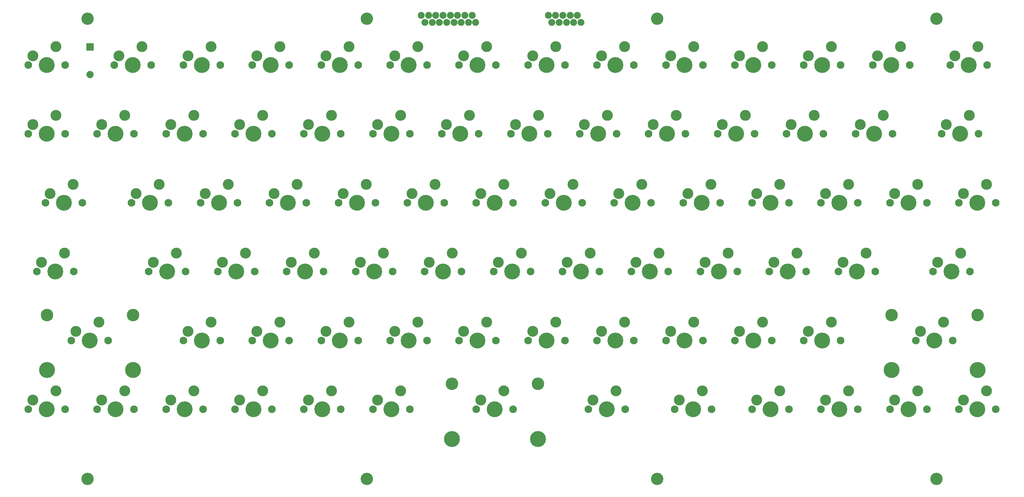
<source format=gbr>
G04 #@! TF.FileFunction,Soldermask,Bot*
%FSLAX46Y46*%
G04 Gerber Fmt 4.6, Leading zero omitted, Abs format (unit mm)*
G04 Created by KiCad (PCBNEW 4.0.6) date 09/10/17 00:35:59*
%MOMM*%
%LPD*%
G01*
G04 APERTURE LIST*
%ADD10C,0.100000*%
%ADD11C,4.380180*%
%ADD12C,3.000000*%
%ADD13C,2.099260*%
%ADD14C,3.400000*%
%ADD15C,1.900000*%
%ADD16C,1.924000*%
%ADD17C,3.450000*%
%ADD18C,4.400000*%
%ADD19R,2.000000X2.000000*%
%ADD20O,2.000000X2.000000*%
G04 APERTURE END LIST*
D10*
D11*
X86250000Y-88250000D03*
D12*
X88790000Y-83170000D03*
X82440000Y-85710000D03*
D13*
X81170000Y-88250000D03*
X91330000Y-88250000D03*
D14*
X97500000Y-75500000D03*
X174500000Y-75500000D03*
X254500000Y-75500000D03*
X331500000Y-75500000D03*
X97500000Y-202500000D03*
X174500000Y-202500000D03*
X254500000Y-202500000D03*
X331500000Y-202500000D03*
D15*
X189500000Y-74500000D03*
X190500000Y-76500000D03*
X191500000Y-74500000D03*
X192500000Y-76500000D03*
X193500000Y-74500000D03*
X194500000Y-76500000D03*
X195500000Y-74500000D03*
X196500000Y-76500000D03*
X197500000Y-74500000D03*
X198500000Y-76500000D03*
X199500000Y-74500000D03*
X200500000Y-76500000D03*
X201500000Y-74500000D03*
X202500000Y-76500000D03*
X203500000Y-74500000D03*
X204500000Y-76500000D03*
D16*
X224500000Y-74500000D03*
D15*
X225500000Y-76500000D03*
X226500000Y-74500000D03*
X227500000Y-76500000D03*
X228500000Y-74500000D03*
X229500000Y-76500000D03*
X230500000Y-74500000D03*
X231500000Y-76500000D03*
X232500000Y-74500000D03*
X233500000Y-76500000D03*
D11*
X86250000Y-107250000D03*
D12*
X88790000Y-102170000D03*
X82440000Y-104710000D03*
D13*
X81170000Y-107250000D03*
X91330000Y-107250000D03*
D11*
X91000000Y-126250000D03*
D12*
X93540000Y-121170000D03*
X87190000Y-123710000D03*
D13*
X85920000Y-126250000D03*
X96080000Y-126250000D03*
D11*
X88625000Y-145250000D03*
D12*
X91165000Y-140170000D03*
X84815000Y-142710000D03*
D13*
X83545000Y-145250000D03*
X93705000Y-145250000D03*
D11*
X98125000Y-164250000D03*
D12*
X100665000Y-159170000D03*
X94315000Y-161710000D03*
D13*
X93045000Y-164250000D03*
X103205000Y-164250000D03*
D11*
X86250000Y-183250000D03*
D12*
X88790000Y-178170000D03*
X82440000Y-180710000D03*
D13*
X81170000Y-183250000D03*
X91330000Y-183250000D03*
D11*
X110000000Y-88250000D03*
D12*
X112540000Y-83170000D03*
X106190000Y-85710000D03*
D13*
X104920000Y-88250000D03*
X115080000Y-88250000D03*
D11*
X105250000Y-107250000D03*
D12*
X107790000Y-102170000D03*
X101440000Y-104710000D03*
D13*
X100170000Y-107250000D03*
X110330000Y-107250000D03*
D11*
X114750000Y-126250000D03*
D12*
X117290000Y-121170000D03*
X110940000Y-123710000D03*
D13*
X109670000Y-126250000D03*
X119830000Y-126250000D03*
D11*
X119500000Y-145250000D03*
D12*
X122040000Y-140170000D03*
X115690000Y-142710000D03*
D13*
X114420000Y-145250000D03*
X124580000Y-145250000D03*
D11*
X129000000Y-164250000D03*
D12*
X131540000Y-159170000D03*
X125190000Y-161710000D03*
D13*
X123920000Y-164250000D03*
X134080000Y-164250000D03*
D11*
X105250000Y-183250000D03*
D12*
X107790000Y-178170000D03*
X101440000Y-180710000D03*
D13*
X100170000Y-183250000D03*
X110330000Y-183250000D03*
D11*
X129000000Y-88250000D03*
D12*
X131540000Y-83170000D03*
X125190000Y-85710000D03*
D13*
X123920000Y-88250000D03*
X134080000Y-88250000D03*
D11*
X124250000Y-107250000D03*
D12*
X126790000Y-102170000D03*
X120440000Y-104710000D03*
D13*
X119170000Y-107250000D03*
X129330000Y-107250000D03*
D11*
X133750000Y-126250000D03*
D12*
X136290000Y-121170000D03*
X129940000Y-123710000D03*
D13*
X128670000Y-126250000D03*
X138830000Y-126250000D03*
D11*
X138500000Y-145250000D03*
D12*
X141040000Y-140170000D03*
X134690000Y-142710000D03*
D13*
X133420000Y-145250000D03*
X143580000Y-145250000D03*
D11*
X148000000Y-164250000D03*
D12*
X150540000Y-159170000D03*
X144190000Y-161710000D03*
D13*
X142920000Y-164250000D03*
X153080000Y-164250000D03*
D11*
X124250000Y-183250000D03*
D12*
X126790000Y-178170000D03*
X120440000Y-180710000D03*
D13*
X119170000Y-183250000D03*
X129330000Y-183250000D03*
D11*
X148000000Y-88250000D03*
D12*
X150540000Y-83170000D03*
X144190000Y-85710000D03*
D13*
X142920000Y-88250000D03*
X153080000Y-88250000D03*
D11*
X143250000Y-107250000D03*
D12*
X145790000Y-102170000D03*
X139440000Y-104710000D03*
D13*
X138170000Y-107250000D03*
X148330000Y-107250000D03*
D11*
X152750000Y-126250000D03*
D12*
X155290000Y-121170000D03*
X148940000Y-123710000D03*
D13*
X147670000Y-126250000D03*
X157830000Y-126250000D03*
D11*
X157500000Y-145250000D03*
D12*
X160040000Y-140170000D03*
X153690000Y-142710000D03*
D13*
X152420000Y-145250000D03*
X162580000Y-145250000D03*
D11*
X167000000Y-164250000D03*
D12*
X169540000Y-159170000D03*
X163190000Y-161710000D03*
D13*
X161920000Y-164250000D03*
X172080000Y-164250000D03*
D11*
X143250000Y-183250000D03*
D12*
X145790000Y-178170000D03*
X139440000Y-180710000D03*
D13*
X138170000Y-183250000D03*
X148330000Y-183250000D03*
D11*
X167000000Y-88250000D03*
D12*
X169540000Y-83170000D03*
X163190000Y-85710000D03*
D13*
X161920000Y-88250000D03*
X172080000Y-88250000D03*
D11*
X162250000Y-107250000D03*
D12*
X164790000Y-102170000D03*
X158440000Y-104710000D03*
D13*
X157170000Y-107250000D03*
X167330000Y-107250000D03*
D11*
X171750000Y-126250000D03*
D12*
X174290000Y-121170000D03*
X167940000Y-123710000D03*
D13*
X166670000Y-126250000D03*
X176830000Y-126250000D03*
D11*
X176500000Y-145250000D03*
D12*
X179040000Y-140170000D03*
X172690000Y-142710000D03*
D13*
X171420000Y-145250000D03*
X181580000Y-145250000D03*
D11*
X186000000Y-164250000D03*
D12*
X188540000Y-159170000D03*
X182190000Y-161710000D03*
D13*
X180920000Y-164250000D03*
X191080000Y-164250000D03*
D11*
X162250000Y-183250000D03*
D12*
X164790000Y-178170000D03*
X158440000Y-180710000D03*
D13*
X157170000Y-183250000D03*
X167330000Y-183250000D03*
D11*
X186000000Y-88250000D03*
D12*
X188540000Y-83170000D03*
X182190000Y-85710000D03*
D13*
X180920000Y-88250000D03*
X191080000Y-88250000D03*
D11*
X181250000Y-107250000D03*
D12*
X183790000Y-102170000D03*
X177440000Y-104710000D03*
D13*
X176170000Y-107250000D03*
X186330000Y-107250000D03*
D11*
X190750000Y-126250000D03*
D12*
X193290000Y-121170000D03*
X186940000Y-123710000D03*
D13*
X185670000Y-126250000D03*
X195830000Y-126250000D03*
D11*
X195500000Y-145250000D03*
D12*
X198040000Y-140170000D03*
X191690000Y-142710000D03*
D13*
X190420000Y-145250000D03*
X200580000Y-145250000D03*
D11*
X205000000Y-164250000D03*
D12*
X207540000Y-159170000D03*
X201190000Y-161710000D03*
D13*
X199920000Y-164250000D03*
X210080000Y-164250000D03*
D11*
X181250000Y-183250000D03*
D12*
X183790000Y-178170000D03*
X177440000Y-180710000D03*
D13*
X176170000Y-183250000D03*
X186330000Y-183250000D03*
D11*
X205000000Y-88250000D03*
D12*
X207540000Y-83170000D03*
X201190000Y-85710000D03*
D13*
X199920000Y-88250000D03*
X210080000Y-88250000D03*
D11*
X200250000Y-107250000D03*
D12*
X202790000Y-102170000D03*
X196440000Y-104710000D03*
D13*
X195170000Y-107250000D03*
X205330000Y-107250000D03*
D11*
X209750000Y-126250000D03*
D12*
X212290000Y-121170000D03*
X205940000Y-123710000D03*
D13*
X204670000Y-126250000D03*
X214830000Y-126250000D03*
D11*
X214500000Y-145250000D03*
D12*
X217040000Y-140170000D03*
X210690000Y-142710000D03*
D13*
X209420000Y-145250000D03*
X219580000Y-145250000D03*
D11*
X224000000Y-164250000D03*
D12*
X226540000Y-159170000D03*
X220190000Y-161710000D03*
D13*
X218920000Y-164250000D03*
X229080000Y-164250000D03*
D11*
X209750000Y-183250000D03*
D12*
X212290000Y-178170000D03*
X205940000Y-180710000D03*
D13*
X204670000Y-183250000D03*
X214830000Y-183250000D03*
D11*
X224000000Y-88250000D03*
D12*
X226540000Y-83170000D03*
X220190000Y-85710000D03*
D13*
X218920000Y-88250000D03*
X229080000Y-88250000D03*
D11*
X219250000Y-107250000D03*
D12*
X221790000Y-102170000D03*
X215440000Y-104710000D03*
D13*
X214170000Y-107250000D03*
X224330000Y-107250000D03*
D11*
X228750000Y-126250000D03*
D12*
X231290000Y-121170000D03*
X224940000Y-123710000D03*
D13*
X223670000Y-126250000D03*
X233830000Y-126250000D03*
D11*
X233500000Y-145250000D03*
D12*
X236040000Y-140170000D03*
X229690000Y-142710000D03*
D13*
X228420000Y-145250000D03*
X238580000Y-145250000D03*
D11*
X243000000Y-164250000D03*
D12*
X245540000Y-159170000D03*
X239190000Y-161710000D03*
D13*
X237920000Y-164250000D03*
X248080000Y-164250000D03*
D11*
X240625000Y-183250000D03*
D12*
X243165000Y-178170000D03*
X236815000Y-180710000D03*
D13*
X235545000Y-183250000D03*
X245705000Y-183250000D03*
D11*
X243000000Y-88250000D03*
D12*
X245540000Y-83170000D03*
X239190000Y-85710000D03*
D13*
X237920000Y-88250000D03*
X248080000Y-88250000D03*
D11*
X238250000Y-107250000D03*
D12*
X240790000Y-102170000D03*
X234440000Y-104710000D03*
D13*
X233170000Y-107250000D03*
X243330000Y-107250000D03*
D11*
X247750000Y-126250000D03*
D12*
X250290000Y-121170000D03*
X243940000Y-123710000D03*
D13*
X242670000Y-126250000D03*
X252830000Y-126250000D03*
D11*
X252500000Y-145250000D03*
D12*
X255040000Y-140170000D03*
X248690000Y-142710000D03*
D13*
X247420000Y-145250000D03*
X257580000Y-145250000D03*
D11*
X262000000Y-164250000D03*
D12*
X264540000Y-159170000D03*
X258190000Y-161710000D03*
D13*
X256920000Y-164250000D03*
X267080000Y-164250000D03*
D11*
X264375000Y-183250000D03*
D12*
X266915000Y-178170000D03*
X260565000Y-180710000D03*
D13*
X259295000Y-183250000D03*
X269455000Y-183250000D03*
D11*
X262000000Y-88250000D03*
D12*
X264540000Y-83170000D03*
X258190000Y-85710000D03*
D13*
X256920000Y-88250000D03*
X267080000Y-88250000D03*
D11*
X257250000Y-107250000D03*
D12*
X259790000Y-102170000D03*
X253440000Y-104710000D03*
D13*
X252170000Y-107250000D03*
X262330000Y-107250000D03*
D11*
X266750000Y-126250000D03*
D12*
X269290000Y-121170000D03*
X262940000Y-123710000D03*
D13*
X261670000Y-126250000D03*
X271830000Y-126250000D03*
D11*
X271500000Y-145250000D03*
D12*
X274040000Y-140170000D03*
X267690000Y-142710000D03*
D13*
X266420000Y-145250000D03*
X276580000Y-145250000D03*
D11*
X281000000Y-164250000D03*
D12*
X283540000Y-159170000D03*
X277190000Y-161710000D03*
D13*
X275920000Y-164250000D03*
X286080000Y-164250000D03*
D11*
X285750000Y-183250000D03*
D12*
X288290000Y-178170000D03*
X281940000Y-180710000D03*
D13*
X280670000Y-183250000D03*
X290830000Y-183250000D03*
D11*
X281000000Y-88250000D03*
D12*
X283540000Y-83170000D03*
X277190000Y-85710000D03*
D13*
X275920000Y-88250000D03*
X286080000Y-88250000D03*
D11*
X276250000Y-107250000D03*
D12*
X278790000Y-102170000D03*
X272440000Y-104710000D03*
D13*
X271170000Y-107250000D03*
X281330000Y-107250000D03*
D11*
X285750000Y-126250000D03*
D12*
X288290000Y-121170000D03*
X281940000Y-123710000D03*
D13*
X280670000Y-126250000D03*
X290830000Y-126250000D03*
D11*
X290500000Y-145250000D03*
D12*
X293040000Y-140170000D03*
X286690000Y-142710000D03*
D13*
X285420000Y-145250000D03*
X295580000Y-145250000D03*
D11*
X300000000Y-164250000D03*
D12*
X302540000Y-159170000D03*
X296190000Y-161710000D03*
D13*
X294920000Y-164250000D03*
X305080000Y-164250000D03*
D11*
X323750000Y-183250000D03*
D12*
X326290000Y-178170000D03*
X319940000Y-180710000D03*
D13*
X318670000Y-183250000D03*
X328830000Y-183250000D03*
D11*
X300000000Y-88250000D03*
D12*
X302540000Y-83170000D03*
X296190000Y-85710000D03*
D13*
X294920000Y-88250000D03*
X305080000Y-88250000D03*
D11*
X295250000Y-107250000D03*
D12*
X297790000Y-102170000D03*
X291440000Y-104710000D03*
D13*
X290170000Y-107250000D03*
X300330000Y-107250000D03*
D11*
X304750000Y-126250000D03*
D12*
X307290000Y-121170000D03*
X300940000Y-123710000D03*
D13*
X299670000Y-126250000D03*
X309830000Y-126250000D03*
D11*
X309500000Y-145250000D03*
D12*
X312040000Y-140170000D03*
X305690000Y-142710000D03*
D13*
X304420000Y-145250000D03*
X314580000Y-145250000D03*
D11*
X330875000Y-164250000D03*
D12*
X333415000Y-159170000D03*
X327065000Y-161710000D03*
D13*
X325795000Y-164250000D03*
X335955000Y-164250000D03*
D11*
X304750000Y-183250000D03*
D12*
X307290000Y-178170000D03*
X300940000Y-180710000D03*
D13*
X299670000Y-183250000D03*
X309830000Y-183250000D03*
D11*
X319000000Y-88250000D03*
D12*
X321540000Y-83170000D03*
X315190000Y-85710000D03*
D13*
X313920000Y-88250000D03*
X324080000Y-88250000D03*
D11*
X314250000Y-107250000D03*
D12*
X316790000Y-102170000D03*
X310440000Y-104710000D03*
D13*
X309170000Y-107250000D03*
X319330000Y-107250000D03*
D11*
X323750000Y-126250000D03*
D12*
X326290000Y-121170000D03*
X319940000Y-123710000D03*
D13*
X318670000Y-126250000D03*
X328830000Y-126250000D03*
D11*
X335625000Y-145250000D03*
D12*
X338165000Y-140170000D03*
X331815000Y-142710000D03*
D13*
X330545000Y-145250000D03*
X340705000Y-145250000D03*
D11*
X342750000Y-183250000D03*
D12*
X345290000Y-178170000D03*
X338940000Y-180710000D03*
D13*
X337670000Y-183250000D03*
X347830000Y-183250000D03*
D11*
X340375000Y-88250000D03*
D12*
X342915000Y-83170000D03*
X336565000Y-85710000D03*
D13*
X335295000Y-88250000D03*
X345455000Y-88250000D03*
D11*
X338000000Y-107250000D03*
D12*
X340540000Y-102170000D03*
X334190000Y-104710000D03*
D13*
X332920000Y-107250000D03*
X343080000Y-107250000D03*
D11*
X342750000Y-126250000D03*
D12*
X345290000Y-121170000D03*
X338940000Y-123710000D03*
D13*
X337670000Y-126250000D03*
X347830000Y-126250000D03*
D17*
X86325000Y-157250000D03*
X110025000Y-157250000D03*
D18*
X110025000Y-172450000D03*
X86325000Y-172450000D03*
D17*
X319075000Y-157250000D03*
X342775000Y-157250000D03*
D18*
X342775000Y-172450000D03*
X319075000Y-172450000D03*
D17*
X197950000Y-176250000D03*
X221650000Y-176250000D03*
D18*
X221650000Y-191450000D03*
X197950000Y-191450000D03*
D19*
X98250000Y-83250000D03*
D20*
X98250000Y-90870000D03*
M02*

</source>
